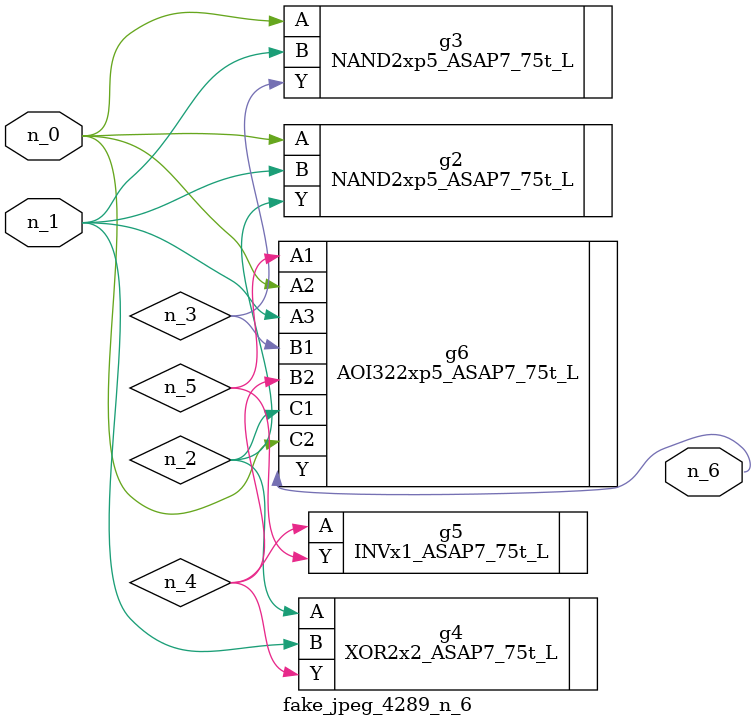
<source format=v>
module fake_jpeg_4289_n_6 (n_0, n_1, n_6);

input n_0;
input n_1;

output n_6;

wire n_2;
wire n_3;
wire n_4;
wire n_5;

NAND2xp5_ASAP7_75t_L g2 ( 
.A(n_0),
.B(n_1),
.Y(n_2)
);

NAND2xp5_ASAP7_75t_L g3 ( 
.A(n_0),
.B(n_1),
.Y(n_3)
);

XOR2x2_ASAP7_75t_L g4 ( 
.A(n_2),
.B(n_1),
.Y(n_4)
);

INVx1_ASAP7_75t_L g5 ( 
.A(n_4),
.Y(n_5)
);

AOI322xp5_ASAP7_75t_L g6 ( 
.A1(n_5),
.A2(n_0),
.A3(n_1),
.B1(n_3),
.B2(n_4),
.C1(n_2),
.C2(n_0),
.Y(n_6)
);


endmodule
</source>
